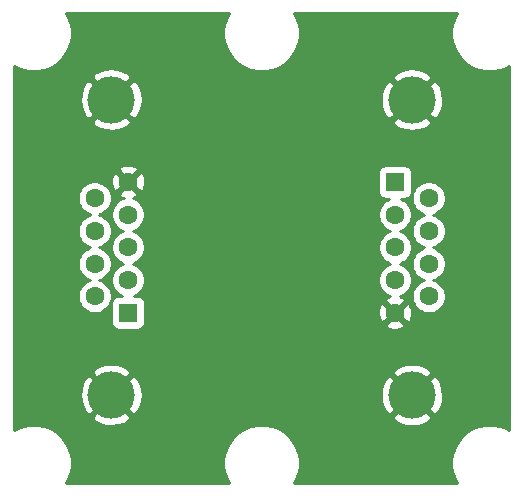
<source format=gbl>
G04 #@! TF.GenerationSoftware,KiCad,Pcbnew,5.1.10-88a1d61d58~88~ubuntu20.04.1*
G04 #@! TF.CreationDate,2021-05-09T22:10:24+02:00*
G04 #@! TF.ProjectId,SerialSwitcher,53657269-616c-4537-9769-74636865722e,rev?*
G04 #@! TF.SameCoordinates,Original*
G04 #@! TF.FileFunction,Copper,L2,Bot*
G04 #@! TF.FilePolarity,Positive*
%FSLAX46Y46*%
G04 Gerber Fmt 4.6, Leading zero omitted, Abs format (unit mm)*
G04 Created by KiCad (PCBNEW 5.1.10-88a1d61d58~88~ubuntu20.04.1) date 2021-05-09 22:10:24*
%MOMM*%
%LPD*%
G01*
G04 APERTURE LIST*
G04 #@! TA.AperFunction,ComponentPad*
%ADD10C,4.000000*%
G04 #@! TD*
G04 #@! TA.AperFunction,ComponentPad*
%ADD11C,1.600000*%
G04 #@! TD*
G04 #@! TA.AperFunction,ComponentPad*
%ADD12R,1.600000X1.600000*%
G04 #@! TD*
G04 #@! TA.AperFunction,Conductor*
%ADD13C,0.254000*%
G04 #@! TD*
G04 #@! TA.AperFunction,Conductor*
%ADD14C,0.100000*%
G04 #@! TD*
G04 APERTURE END LIST*
D10*
X128580000Y-68030000D03*
X128580000Y-43030000D03*
D11*
X127160000Y-51375000D03*
X127160000Y-54145000D03*
X127160000Y-56915000D03*
X127160000Y-59685000D03*
X130000000Y-49990000D03*
X130000000Y-52760000D03*
X130000000Y-55530000D03*
X130000000Y-58300000D03*
D12*
X130000000Y-61070000D03*
X152600000Y-50000000D03*
D11*
X152600000Y-52770000D03*
X152600000Y-55540000D03*
X152600000Y-58310000D03*
X152600000Y-61080000D03*
X155440000Y-51385000D03*
X155440000Y-54155000D03*
X155440000Y-56925000D03*
X155440000Y-59695000D03*
D10*
X154020000Y-68040000D03*
X154020000Y-43040000D03*
D13*
X138440270Y-35871442D02*
X138197012Y-36458719D01*
X138073000Y-37082168D01*
X138073000Y-37717832D01*
X138197012Y-38341281D01*
X138440270Y-38928558D01*
X138793425Y-39457093D01*
X139242907Y-39906575D01*
X139771442Y-40259730D01*
X140358719Y-40502988D01*
X140982168Y-40627000D01*
X141617832Y-40627000D01*
X142241281Y-40502988D01*
X142828558Y-40259730D01*
X143357093Y-39906575D01*
X143806575Y-39457093D01*
X144159730Y-38928558D01*
X144402988Y-38341281D01*
X144527000Y-37717832D01*
X144527000Y-37082168D01*
X144402988Y-36458719D01*
X144159730Y-35871442D01*
X144068563Y-35735000D01*
X157831437Y-35735000D01*
X157740270Y-35871442D01*
X157497012Y-36458719D01*
X157373000Y-37082168D01*
X157373000Y-37717832D01*
X157497012Y-38341281D01*
X157740270Y-38928558D01*
X158093425Y-39457093D01*
X158542907Y-39906575D01*
X159071442Y-40259730D01*
X159658719Y-40502988D01*
X160282168Y-40627000D01*
X160917832Y-40627000D01*
X161541281Y-40502988D01*
X162128558Y-40259730D01*
X162265000Y-40168562D01*
X162265001Y-71031438D01*
X162128558Y-70940270D01*
X161541281Y-70697012D01*
X160917832Y-70573000D01*
X160282168Y-70573000D01*
X159658719Y-70697012D01*
X159071442Y-70940270D01*
X158542907Y-71293425D01*
X158093425Y-71742907D01*
X157740270Y-72271442D01*
X157497012Y-72858719D01*
X157373000Y-73482168D01*
X157373000Y-74117832D01*
X157497012Y-74741281D01*
X157740270Y-75328558D01*
X157831437Y-75465000D01*
X144068563Y-75465000D01*
X144159730Y-75328558D01*
X144402988Y-74741281D01*
X144527000Y-74117832D01*
X144527000Y-73482168D01*
X144402988Y-72858719D01*
X144159730Y-72271442D01*
X143806575Y-71742907D01*
X143357093Y-71293425D01*
X142828558Y-70940270D01*
X142241281Y-70697012D01*
X141617832Y-70573000D01*
X140982168Y-70573000D01*
X140358719Y-70697012D01*
X139771442Y-70940270D01*
X139242907Y-71293425D01*
X138793425Y-71742907D01*
X138440270Y-72271442D01*
X138197012Y-72858719D01*
X138073000Y-73482168D01*
X138073000Y-74117832D01*
X138197012Y-74741281D01*
X138440270Y-75328558D01*
X138531437Y-75465000D01*
X124768563Y-75465000D01*
X124859730Y-75328558D01*
X125102988Y-74741281D01*
X125227000Y-74117832D01*
X125227000Y-73482168D01*
X125102988Y-72858719D01*
X124859730Y-72271442D01*
X124506575Y-71742907D01*
X124057093Y-71293425D01*
X123528558Y-70940270D01*
X122941281Y-70697012D01*
X122317832Y-70573000D01*
X121682168Y-70573000D01*
X121058719Y-70697012D01*
X120471442Y-70940270D01*
X120335000Y-71031437D01*
X120335000Y-69877499D01*
X126912106Y-69877499D01*
X127128228Y-70244258D01*
X127588105Y-70484938D01*
X128086098Y-70631275D01*
X128603071Y-70677648D01*
X129119159Y-70622273D01*
X129614526Y-70467279D01*
X130031772Y-70244258D01*
X130242001Y-69887499D01*
X152352106Y-69887499D01*
X152568228Y-70254258D01*
X153028105Y-70494938D01*
X153526098Y-70641275D01*
X154043071Y-70687648D01*
X154559159Y-70632273D01*
X155054526Y-70477279D01*
X155471772Y-70254258D01*
X155687894Y-69887499D01*
X154020000Y-68219605D01*
X152352106Y-69887499D01*
X130242001Y-69887499D01*
X130247894Y-69877499D01*
X128580000Y-68209605D01*
X126912106Y-69877499D01*
X120335000Y-69877499D01*
X120335000Y-68053071D01*
X125932352Y-68053071D01*
X125987727Y-68569159D01*
X126142721Y-69064526D01*
X126365742Y-69481772D01*
X126732501Y-69697894D01*
X128400395Y-68030000D01*
X128759605Y-68030000D01*
X130427499Y-69697894D01*
X130794258Y-69481772D01*
X131034938Y-69021895D01*
X131181275Y-68523902D01*
X131222612Y-68063071D01*
X151372352Y-68063071D01*
X151427727Y-68579159D01*
X151582721Y-69074526D01*
X151805742Y-69491772D01*
X152172501Y-69707894D01*
X153840395Y-68040000D01*
X154199605Y-68040000D01*
X155867499Y-69707894D01*
X156234258Y-69491772D01*
X156474938Y-69031895D01*
X156621275Y-68533902D01*
X156667648Y-68016929D01*
X156612273Y-67500841D01*
X156457279Y-67005474D01*
X156234258Y-66588228D01*
X155867499Y-66372106D01*
X154199605Y-68040000D01*
X153840395Y-68040000D01*
X152172501Y-66372106D01*
X151805742Y-66588228D01*
X151565062Y-67048105D01*
X151418725Y-67546098D01*
X151372352Y-68063071D01*
X131222612Y-68063071D01*
X131227648Y-68006929D01*
X131172273Y-67490841D01*
X131017279Y-66995474D01*
X130794258Y-66578228D01*
X130427499Y-66362106D01*
X128759605Y-68030000D01*
X128400395Y-68030000D01*
X126732501Y-66362106D01*
X126365742Y-66578228D01*
X126125062Y-67038105D01*
X125978725Y-67536098D01*
X125932352Y-68053071D01*
X120335000Y-68053071D01*
X120335000Y-66182501D01*
X126912106Y-66182501D01*
X128580000Y-67850395D01*
X130237894Y-66192501D01*
X152352106Y-66192501D01*
X154020000Y-67860395D01*
X155687894Y-66192501D01*
X155471772Y-65825742D01*
X155011895Y-65585062D01*
X154513902Y-65438725D01*
X153996929Y-65392352D01*
X153480841Y-65447727D01*
X152985474Y-65602721D01*
X152568228Y-65825742D01*
X152352106Y-66192501D01*
X130237894Y-66192501D01*
X130247894Y-66182501D01*
X130031772Y-65815742D01*
X129571895Y-65575062D01*
X129073902Y-65428725D01*
X128556929Y-65382352D01*
X128040841Y-65437727D01*
X127545474Y-65592721D01*
X127128228Y-65815742D01*
X126912106Y-66182501D01*
X120335000Y-66182501D01*
X120335000Y-51233665D01*
X125725000Y-51233665D01*
X125725000Y-51516335D01*
X125780147Y-51793574D01*
X125888320Y-52054727D01*
X126045363Y-52289759D01*
X126245241Y-52489637D01*
X126480273Y-52646680D01*
X126741426Y-52754853D01*
X126767301Y-52760000D01*
X126741426Y-52765147D01*
X126480273Y-52873320D01*
X126245241Y-53030363D01*
X126045363Y-53230241D01*
X125888320Y-53465273D01*
X125780147Y-53726426D01*
X125725000Y-54003665D01*
X125725000Y-54286335D01*
X125780147Y-54563574D01*
X125888320Y-54824727D01*
X126045363Y-55059759D01*
X126245241Y-55259637D01*
X126480273Y-55416680D01*
X126741426Y-55524853D01*
X126767301Y-55530000D01*
X126741426Y-55535147D01*
X126480273Y-55643320D01*
X126245241Y-55800363D01*
X126045363Y-56000241D01*
X125888320Y-56235273D01*
X125780147Y-56496426D01*
X125725000Y-56773665D01*
X125725000Y-57056335D01*
X125780147Y-57333574D01*
X125888320Y-57594727D01*
X126045363Y-57829759D01*
X126245241Y-58029637D01*
X126480273Y-58186680D01*
X126741426Y-58294853D01*
X126767301Y-58300000D01*
X126741426Y-58305147D01*
X126480273Y-58413320D01*
X126245241Y-58570363D01*
X126045363Y-58770241D01*
X125888320Y-59005273D01*
X125780147Y-59266426D01*
X125725000Y-59543665D01*
X125725000Y-59826335D01*
X125780147Y-60103574D01*
X125888320Y-60364727D01*
X126045363Y-60599759D01*
X126245241Y-60799637D01*
X126480273Y-60956680D01*
X126741426Y-61064853D01*
X127018665Y-61120000D01*
X127301335Y-61120000D01*
X127578574Y-61064853D01*
X127839727Y-60956680D01*
X128074759Y-60799637D01*
X128274637Y-60599759D01*
X128431680Y-60364727D01*
X128470917Y-60270000D01*
X128561928Y-60270000D01*
X128561928Y-61870000D01*
X128574188Y-61994482D01*
X128610498Y-62114180D01*
X128669463Y-62224494D01*
X128748815Y-62321185D01*
X128845506Y-62400537D01*
X128955820Y-62459502D01*
X129075518Y-62495812D01*
X129200000Y-62508072D01*
X130800000Y-62508072D01*
X130924482Y-62495812D01*
X131044180Y-62459502D01*
X131154494Y-62400537D01*
X131251185Y-62321185D01*
X131330537Y-62224494D01*
X131389502Y-62114180D01*
X131402084Y-62072702D01*
X151786903Y-62072702D01*
X151858486Y-62316671D01*
X152113996Y-62437571D01*
X152388184Y-62506300D01*
X152670512Y-62520217D01*
X152950130Y-62478787D01*
X153216292Y-62383603D01*
X153341514Y-62316671D01*
X153413097Y-62072702D01*
X152600000Y-61259605D01*
X151786903Y-62072702D01*
X131402084Y-62072702D01*
X131425812Y-61994482D01*
X131438072Y-61870000D01*
X131438072Y-61150512D01*
X151159783Y-61150512D01*
X151201213Y-61430130D01*
X151296397Y-61696292D01*
X151363329Y-61821514D01*
X151607298Y-61893097D01*
X152420395Y-61080000D01*
X152779605Y-61080000D01*
X153592702Y-61893097D01*
X153836671Y-61821514D01*
X153957571Y-61566004D01*
X154026300Y-61291816D01*
X154040217Y-61009488D01*
X153998787Y-60729870D01*
X153903603Y-60463708D01*
X153836671Y-60338486D01*
X153592702Y-60266903D01*
X152779605Y-61080000D01*
X152420395Y-61080000D01*
X151607298Y-60266903D01*
X151363329Y-60338486D01*
X151242429Y-60593996D01*
X151173700Y-60868184D01*
X151159783Y-61150512D01*
X131438072Y-61150512D01*
X131438072Y-60270000D01*
X131425812Y-60145518D01*
X131389502Y-60025820D01*
X131330537Y-59915506D01*
X131251185Y-59818815D01*
X131154494Y-59739463D01*
X131044180Y-59680498D01*
X130924482Y-59644188D01*
X130800000Y-59631928D01*
X130534275Y-59631928D01*
X130679727Y-59571680D01*
X130914759Y-59414637D01*
X131114637Y-59214759D01*
X131271680Y-58979727D01*
X131379853Y-58718574D01*
X131435000Y-58441335D01*
X131435000Y-58158665D01*
X131379853Y-57881426D01*
X131271680Y-57620273D01*
X131114637Y-57385241D01*
X130914759Y-57185363D01*
X130679727Y-57028320D01*
X130418574Y-56920147D01*
X130392699Y-56915000D01*
X130418574Y-56909853D01*
X130679727Y-56801680D01*
X130914759Y-56644637D01*
X131114637Y-56444759D01*
X131271680Y-56209727D01*
X131379853Y-55948574D01*
X131435000Y-55671335D01*
X131435000Y-55388665D01*
X131379853Y-55111426D01*
X131271680Y-54850273D01*
X131114637Y-54615241D01*
X130914759Y-54415363D01*
X130679727Y-54258320D01*
X130418574Y-54150147D01*
X130392699Y-54145000D01*
X130418574Y-54139853D01*
X130679727Y-54031680D01*
X130914759Y-53874637D01*
X131114637Y-53674759D01*
X131271680Y-53439727D01*
X131379853Y-53178574D01*
X131435000Y-52901335D01*
X131435000Y-52618665D01*
X131379853Y-52341426D01*
X131271680Y-52080273D01*
X131114637Y-51845241D01*
X130914759Y-51645363D01*
X130679727Y-51488320D01*
X130418574Y-51380147D01*
X130390118Y-51374487D01*
X130616292Y-51293603D01*
X130741514Y-51226671D01*
X130813097Y-50982702D01*
X130000000Y-50169605D01*
X129186903Y-50982702D01*
X129258486Y-51226671D01*
X129513996Y-51347571D01*
X129616289Y-51373212D01*
X129581426Y-51380147D01*
X129320273Y-51488320D01*
X129085241Y-51645363D01*
X128885363Y-51845241D01*
X128728320Y-52080273D01*
X128620147Y-52341426D01*
X128565000Y-52618665D01*
X128565000Y-52901335D01*
X128620147Y-53178574D01*
X128728320Y-53439727D01*
X128885363Y-53674759D01*
X129085241Y-53874637D01*
X129320273Y-54031680D01*
X129581426Y-54139853D01*
X129607301Y-54145000D01*
X129581426Y-54150147D01*
X129320273Y-54258320D01*
X129085241Y-54415363D01*
X128885363Y-54615241D01*
X128728320Y-54850273D01*
X128620147Y-55111426D01*
X128565000Y-55388665D01*
X128565000Y-55671335D01*
X128620147Y-55948574D01*
X128728320Y-56209727D01*
X128885363Y-56444759D01*
X129085241Y-56644637D01*
X129320273Y-56801680D01*
X129581426Y-56909853D01*
X129607301Y-56915000D01*
X129581426Y-56920147D01*
X129320273Y-57028320D01*
X129085241Y-57185363D01*
X128885363Y-57385241D01*
X128728320Y-57620273D01*
X128620147Y-57881426D01*
X128565000Y-58158665D01*
X128565000Y-58441335D01*
X128620147Y-58718574D01*
X128728320Y-58979727D01*
X128885363Y-59214759D01*
X129085241Y-59414637D01*
X129320273Y-59571680D01*
X129465725Y-59631928D01*
X129200000Y-59631928D01*
X129075518Y-59644188D01*
X128955820Y-59680498D01*
X128845506Y-59739463D01*
X128748815Y-59818815D01*
X128669463Y-59915506D01*
X128610498Y-60025820D01*
X128574188Y-60145518D01*
X128561928Y-60270000D01*
X128470917Y-60270000D01*
X128539853Y-60103574D01*
X128595000Y-59826335D01*
X128595000Y-59543665D01*
X128539853Y-59266426D01*
X128431680Y-59005273D01*
X128274637Y-58770241D01*
X128074759Y-58570363D01*
X127839727Y-58413320D01*
X127578574Y-58305147D01*
X127552699Y-58300000D01*
X127578574Y-58294853D01*
X127839727Y-58186680D01*
X128074759Y-58029637D01*
X128274637Y-57829759D01*
X128431680Y-57594727D01*
X128539853Y-57333574D01*
X128595000Y-57056335D01*
X128595000Y-56773665D01*
X128539853Y-56496426D01*
X128431680Y-56235273D01*
X128274637Y-56000241D01*
X128074759Y-55800363D01*
X127839727Y-55643320D01*
X127578574Y-55535147D01*
X127552699Y-55530000D01*
X127578574Y-55524853D01*
X127839727Y-55416680D01*
X128074759Y-55259637D01*
X128274637Y-55059759D01*
X128431680Y-54824727D01*
X128539853Y-54563574D01*
X128595000Y-54286335D01*
X128595000Y-54003665D01*
X128539853Y-53726426D01*
X128431680Y-53465273D01*
X128274637Y-53230241D01*
X128074759Y-53030363D01*
X127839727Y-52873320D01*
X127578574Y-52765147D01*
X127552699Y-52760000D01*
X127578574Y-52754853D01*
X127839727Y-52646680D01*
X128074759Y-52489637D01*
X128274637Y-52289759D01*
X128431680Y-52054727D01*
X128539853Y-51793574D01*
X128595000Y-51516335D01*
X128595000Y-51233665D01*
X128539853Y-50956426D01*
X128431680Y-50695273D01*
X128274637Y-50460241D01*
X128074759Y-50260363D01*
X127839727Y-50103320D01*
X127736380Y-50060512D01*
X128559783Y-50060512D01*
X128601213Y-50340130D01*
X128696397Y-50606292D01*
X128763329Y-50731514D01*
X129007298Y-50803097D01*
X129820395Y-49990000D01*
X130179605Y-49990000D01*
X130992702Y-50803097D01*
X131236671Y-50731514D01*
X131357571Y-50476004D01*
X131426300Y-50201816D01*
X131440217Y-49919488D01*
X131398787Y-49639870D01*
X131303603Y-49373708D01*
X131236671Y-49248486D01*
X131071422Y-49200000D01*
X151161928Y-49200000D01*
X151161928Y-50800000D01*
X151174188Y-50924482D01*
X151210498Y-51044180D01*
X151269463Y-51154494D01*
X151348815Y-51251185D01*
X151445506Y-51330537D01*
X151555820Y-51389502D01*
X151675518Y-51425812D01*
X151800000Y-51438072D01*
X152065725Y-51438072D01*
X151920273Y-51498320D01*
X151685241Y-51655363D01*
X151485363Y-51855241D01*
X151328320Y-52090273D01*
X151220147Y-52351426D01*
X151165000Y-52628665D01*
X151165000Y-52911335D01*
X151220147Y-53188574D01*
X151328320Y-53449727D01*
X151485363Y-53684759D01*
X151685241Y-53884637D01*
X151920273Y-54041680D01*
X152181426Y-54149853D01*
X152207301Y-54155000D01*
X152181426Y-54160147D01*
X151920273Y-54268320D01*
X151685241Y-54425363D01*
X151485363Y-54625241D01*
X151328320Y-54860273D01*
X151220147Y-55121426D01*
X151165000Y-55398665D01*
X151165000Y-55681335D01*
X151220147Y-55958574D01*
X151328320Y-56219727D01*
X151485363Y-56454759D01*
X151685241Y-56654637D01*
X151920273Y-56811680D01*
X152181426Y-56919853D01*
X152207301Y-56925000D01*
X152181426Y-56930147D01*
X151920273Y-57038320D01*
X151685241Y-57195363D01*
X151485363Y-57395241D01*
X151328320Y-57630273D01*
X151220147Y-57891426D01*
X151165000Y-58168665D01*
X151165000Y-58451335D01*
X151220147Y-58728574D01*
X151328320Y-58989727D01*
X151485363Y-59224759D01*
X151685241Y-59424637D01*
X151920273Y-59581680D01*
X152181426Y-59689853D01*
X152209882Y-59695513D01*
X151983708Y-59776397D01*
X151858486Y-59843329D01*
X151786903Y-60087298D01*
X152600000Y-60900395D01*
X153413097Y-60087298D01*
X153341514Y-59843329D01*
X153086004Y-59722429D01*
X152983711Y-59696788D01*
X153018574Y-59689853D01*
X153279727Y-59581680D01*
X153514759Y-59424637D01*
X153714637Y-59224759D01*
X153871680Y-58989727D01*
X153979853Y-58728574D01*
X154035000Y-58451335D01*
X154035000Y-58168665D01*
X153979853Y-57891426D01*
X153871680Y-57630273D01*
X153714637Y-57395241D01*
X153514759Y-57195363D01*
X153279727Y-57038320D01*
X153018574Y-56930147D01*
X152992699Y-56925000D01*
X153018574Y-56919853D01*
X153279727Y-56811680D01*
X153514759Y-56654637D01*
X153714637Y-56454759D01*
X153871680Y-56219727D01*
X153979853Y-55958574D01*
X154035000Y-55681335D01*
X154035000Y-55398665D01*
X153979853Y-55121426D01*
X153871680Y-54860273D01*
X153714637Y-54625241D01*
X153514759Y-54425363D01*
X153279727Y-54268320D01*
X153018574Y-54160147D01*
X152992699Y-54155000D01*
X153018574Y-54149853D01*
X153279727Y-54041680D01*
X153514759Y-53884637D01*
X153714637Y-53684759D01*
X153871680Y-53449727D01*
X153979853Y-53188574D01*
X154035000Y-52911335D01*
X154035000Y-52628665D01*
X153979853Y-52351426D01*
X153871680Y-52090273D01*
X153714637Y-51855241D01*
X153514759Y-51655363D01*
X153279727Y-51498320D01*
X153134275Y-51438072D01*
X153400000Y-51438072D01*
X153524482Y-51425812D01*
X153644180Y-51389502D01*
X153754494Y-51330537D01*
X153851185Y-51251185D01*
X153857356Y-51243665D01*
X154005000Y-51243665D01*
X154005000Y-51526335D01*
X154060147Y-51803574D01*
X154168320Y-52064727D01*
X154325363Y-52299759D01*
X154525241Y-52499637D01*
X154760273Y-52656680D01*
X155021426Y-52764853D01*
X155047301Y-52770000D01*
X155021426Y-52775147D01*
X154760273Y-52883320D01*
X154525241Y-53040363D01*
X154325363Y-53240241D01*
X154168320Y-53475273D01*
X154060147Y-53736426D01*
X154005000Y-54013665D01*
X154005000Y-54296335D01*
X154060147Y-54573574D01*
X154168320Y-54834727D01*
X154325363Y-55069759D01*
X154525241Y-55269637D01*
X154760273Y-55426680D01*
X155021426Y-55534853D01*
X155047301Y-55540000D01*
X155021426Y-55545147D01*
X154760273Y-55653320D01*
X154525241Y-55810363D01*
X154325363Y-56010241D01*
X154168320Y-56245273D01*
X154060147Y-56506426D01*
X154005000Y-56783665D01*
X154005000Y-57066335D01*
X154060147Y-57343574D01*
X154168320Y-57604727D01*
X154325363Y-57839759D01*
X154525241Y-58039637D01*
X154760273Y-58196680D01*
X155021426Y-58304853D01*
X155047301Y-58310000D01*
X155021426Y-58315147D01*
X154760273Y-58423320D01*
X154525241Y-58580363D01*
X154325363Y-58780241D01*
X154168320Y-59015273D01*
X154060147Y-59276426D01*
X154005000Y-59553665D01*
X154005000Y-59836335D01*
X154060147Y-60113574D01*
X154168320Y-60374727D01*
X154325363Y-60609759D01*
X154525241Y-60809637D01*
X154760273Y-60966680D01*
X155021426Y-61074853D01*
X155298665Y-61130000D01*
X155581335Y-61130000D01*
X155858574Y-61074853D01*
X156119727Y-60966680D01*
X156354759Y-60809637D01*
X156554637Y-60609759D01*
X156711680Y-60374727D01*
X156819853Y-60113574D01*
X156875000Y-59836335D01*
X156875000Y-59553665D01*
X156819853Y-59276426D01*
X156711680Y-59015273D01*
X156554637Y-58780241D01*
X156354759Y-58580363D01*
X156119727Y-58423320D01*
X155858574Y-58315147D01*
X155832699Y-58310000D01*
X155858574Y-58304853D01*
X156119727Y-58196680D01*
X156354759Y-58039637D01*
X156554637Y-57839759D01*
X156711680Y-57604727D01*
X156819853Y-57343574D01*
X156875000Y-57066335D01*
X156875000Y-56783665D01*
X156819853Y-56506426D01*
X156711680Y-56245273D01*
X156554637Y-56010241D01*
X156354759Y-55810363D01*
X156119727Y-55653320D01*
X155858574Y-55545147D01*
X155832699Y-55540000D01*
X155858574Y-55534853D01*
X156119727Y-55426680D01*
X156354759Y-55269637D01*
X156554637Y-55069759D01*
X156711680Y-54834727D01*
X156819853Y-54573574D01*
X156875000Y-54296335D01*
X156875000Y-54013665D01*
X156819853Y-53736426D01*
X156711680Y-53475273D01*
X156554637Y-53240241D01*
X156354759Y-53040363D01*
X156119727Y-52883320D01*
X155858574Y-52775147D01*
X155832699Y-52770000D01*
X155858574Y-52764853D01*
X156119727Y-52656680D01*
X156354759Y-52499637D01*
X156554637Y-52299759D01*
X156711680Y-52064727D01*
X156819853Y-51803574D01*
X156875000Y-51526335D01*
X156875000Y-51243665D01*
X156819853Y-50966426D01*
X156711680Y-50705273D01*
X156554637Y-50470241D01*
X156354759Y-50270363D01*
X156119727Y-50113320D01*
X155858574Y-50005147D01*
X155581335Y-49950000D01*
X155298665Y-49950000D01*
X155021426Y-50005147D01*
X154760273Y-50113320D01*
X154525241Y-50270363D01*
X154325363Y-50470241D01*
X154168320Y-50705273D01*
X154060147Y-50966426D01*
X154005000Y-51243665D01*
X153857356Y-51243665D01*
X153930537Y-51154494D01*
X153989502Y-51044180D01*
X154025812Y-50924482D01*
X154038072Y-50800000D01*
X154038072Y-49200000D01*
X154025812Y-49075518D01*
X153989502Y-48955820D01*
X153930537Y-48845506D01*
X153851185Y-48748815D01*
X153754494Y-48669463D01*
X153644180Y-48610498D01*
X153524482Y-48574188D01*
X153400000Y-48561928D01*
X151800000Y-48561928D01*
X151675518Y-48574188D01*
X151555820Y-48610498D01*
X151445506Y-48669463D01*
X151348815Y-48748815D01*
X151269463Y-48845506D01*
X151210498Y-48955820D01*
X151174188Y-49075518D01*
X151161928Y-49200000D01*
X131071422Y-49200000D01*
X130992702Y-49176903D01*
X130179605Y-49990000D01*
X129820395Y-49990000D01*
X129007298Y-49176903D01*
X128763329Y-49248486D01*
X128642429Y-49503996D01*
X128573700Y-49778184D01*
X128559783Y-50060512D01*
X127736380Y-50060512D01*
X127578574Y-49995147D01*
X127301335Y-49940000D01*
X127018665Y-49940000D01*
X126741426Y-49995147D01*
X126480273Y-50103320D01*
X126245241Y-50260363D01*
X126045363Y-50460241D01*
X125888320Y-50695273D01*
X125780147Y-50956426D01*
X125725000Y-51233665D01*
X120335000Y-51233665D01*
X120335000Y-48997298D01*
X129186903Y-48997298D01*
X130000000Y-49810395D01*
X130813097Y-48997298D01*
X130741514Y-48753329D01*
X130486004Y-48632429D01*
X130211816Y-48563700D01*
X129929488Y-48549783D01*
X129649870Y-48591213D01*
X129383708Y-48686397D01*
X129258486Y-48753329D01*
X129186903Y-48997298D01*
X120335000Y-48997298D01*
X120335000Y-44877499D01*
X126912106Y-44877499D01*
X127128228Y-45244258D01*
X127588105Y-45484938D01*
X128086098Y-45631275D01*
X128603071Y-45677648D01*
X129119159Y-45622273D01*
X129614526Y-45467279D01*
X130031772Y-45244258D01*
X130242001Y-44887499D01*
X152352106Y-44887499D01*
X152568228Y-45254258D01*
X153028105Y-45494938D01*
X153526098Y-45641275D01*
X154043071Y-45687648D01*
X154559159Y-45632273D01*
X155054526Y-45477279D01*
X155471772Y-45254258D01*
X155687894Y-44887499D01*
X154020000Y-43219605D01*
X152352106Y-44887499D01*
X130242001Y-44887499D01*
X130247894Y-44877499D01*
X128580000Y-43209605D01*
X126912106Y-44877499D01*
X120335000Y-44877499D01*
X120335000Y-43053071D01*
X125932352Y-43053071D01*
X125987727Y-43569159D01*
X126142721Y-44064526D01*
X126365742Y-44481772D01*
X126732501Y-44697894D01*
X128400395Y-43030000D01*
X128759605Y-43030000D01*
X130427499Y-44697894D01*
X130794258Y-44481772D01*
X131034938Y-44021895D01*
X131181275Y-43523902D01*
X131222612Y-43063071D01*
X151372352Y-43063071D01*
X151427727Y-43579159D01*
X151582721Y-44074526D01*
X151805742Y-44491772D01*
X152172501Y-44707894D01*
X153840395Y-43040000D01*
X154199605Y-43040000D01*
X155867499Y-44707894D01*
X156234258Y-44491772D01*
X156474938Y-44031895D01*
X156621275Y-43533902D01*
X156667648Y-43016929D01*
X156612273Y-42500841D01*
X156457279Y-42005474D01*
X156234258Y-41588228D01*
X155867499Y-41372106D01*
X154199605Y-43040000D01*
X153840395Y-43040000D01*
X152172501Y-41372106D01*
X151805742Y-41588228D01*
X151565062Y-42048105D01*
X151418725Y-42546098D01*
X151372352Y-43063071D01*
X131222612Y-43063071D01*
X131227648Y-43006929D01*
X131172273Y-42490841D01*
X131017279Y-41995474D01*
X130794258Y-41578228D01*
X130427499Y-41362106D01*
X128759605Y-43030000D01*
X128400395Y-43030000D01*
X126732501Y-41362106D01*
X126365742Y-41578228D01*
X126125062Y-42038105D01*
X125978725Y-42536098D01*
X125932352Y-43053071D01*
X120335000Y-43053071D01*
X120335000Y-41182501D01*
X126912106Y-41182501D01*
X128580000Y-42850395D01*
X130237894Y-41192501D01*
X152352106Y-41192501D01*
X154020000Y-42860395D01*
X155687894Y-41192501D01*
X155471772Y-40825742D01*
X155011895Y-40585062D01*
X154513902Y-40438725D01*
X153996929Y-40392352D01*
X153480841Y-40447727D01*
X152985474Y-40602721D01*
X152568228Y-40825742D01*
X152352106Y-41192501D01*
X130237894Y-41192501D01*
X130247894Y-41182501D01*
X130031772Y-40815742D01*
X129571895Y-40575062D01*
X129073902Y-40428725D01*
X128556929Y-40382352D01*
X128040841Y-40437727D01*
X127545474Y-40592721D01*
X127128228Y-40815742D01*
X126912106Y-41182501D01*
X120335000Y-41182501D01*
X120335000Y-40168563D01*
X120471442Y-40259730D01*
X121058719Y-40502988D01*
X121682168Y-40627000D01*
X122317832Y-40627000D01*
X122941281Y-40502988D01*
X123528558Y-40259730D01*
X124057093Y-39906575D01*
X124506575Y-39457093D01*
X124859730Y-38928558D01*
X125102988Y-38341281D01*
X125227000Y-37717832D01*
X125227000Y-37082168D01*
X125102988Y-36458719D01*
X124859730Y-35871442D01*
X124768563Y-35735000D01*
X138531437Y-35735000D01*
X138440270Y-35871442D01*
G04 #@! TA.AperFunction,Conductor*
D14*
G36*
X138440270Y-35871442D02*
G01*
X138197012Y-36458719D01*
X138073000Y-37082168D01*
X138073000Y-37717832D01*
X138197012Y-38341281D01*
X138440270Y-38928558D01*
X138793425Y-39457093D01*
X139242907Y-39906575D01*
X139771442Y-40259730D01*
X140358719Y-40502988D01*
X140982168Y-40627000D01*
X141617832Y-40627000D01*
X142241281Y-40502988D01*
X142828558Y-40259730D01*
X143357093Y-39906575D01*
X143806575Y-39457093D01*
X144159730Y-38928558D01*
X144402988Y-38341281D01*
X144527000Y-37717832D01*
X144527000Y-37082168D01*
X144402988Y-36458719D01*
X144159730Y-35871442D01*
X144068563Y-35735000D01*
X157831437Y-35735000D01*
X157740270Y-35871442D01*
X157497012Y-36458719D01*
X157373000Y-37082168D01*
X157373000Y-37717832D01*
X157497012Y-38341281D01*
X157740270Y-38928558D01*
X158093425Y-39457093D01*
X158542907Y-39906575D01*
X159071442Y-40259730D01*
X159658719Y-40502988D01*
X160282168Y-40627000D01*
X160917832Y-40627000D01*
X161541281Y-40502988D01*
X162128558Y-40259730D01*
X162265000Y-40168562D01*
X162265001Y-71031438D01*
X162128558Y-70940270D01*
X161541281Y-70697012D01*
X160917832Y-70573000D01*
X160282168Y-70573000D01*
X159658719Y-70697012D01*
X159071442Y-70940270D01*
X158542907Y-71293425D01*
X158093425Y-71742907D01*
X157740270Y-72271442D01*
X157497012Y-72858719D01*
X157373000Y-73482168D01*
X157373000Y-74117832D01*
X157497012Y-74741281D01*
X157740270Y-75328558D01*
X157831437Y-75465000D01*
X144068563Y-75465000D01*
X144159730Y-75328558D01*
X144402988Y-74741281D01*
X144527000Y-74117832D01*
X144527000Y-73482168D01*
X144402988Y-72858719D01*
X144159730Y-72271442D01*
X143806575Y-71742907D01*
X143357093Y-71293425D01*
X142828558Y-70940270D01*
X142241281Y-70697012D01*
X141617832Y-70573000D01*
X140982168Y-70573000D01*
X140358719Y-70697012D01*
X139771442Y-70940270D01*
X139242907Y-71293425D01*
X138793425Y-71742907D01*
X138440270Y-72271442D01*
X138197012Y-72858719D01*
X138073000Y-73482168D01*
X138073000Y-74117832D01*
X138197012Y-74741281D01*
X138440270Y-75328558D01*
X138531437Y-75465000D01*
X124768563Y-75465000D01*
X124859730Y-75328558D01*
X125102988Y-74741281D01*
X125227000Y-74117832D01*
X125227000Y-73482168D01*
X125102988Y-72858719D01*
X124859730Y-72271442D01*
X124506575Y-71742907D01*
X124057093Y-71293425D01*
X123528558Y-70940270D01*
X122941281Y-70697012D01*
X122317832Y-70573000D01*
X121682168Y-70573000D01*
X121058719Y-70697012D01*
X120471442Y-70940270D01*
X120335000Y-71031437D01*
X120335000Y-69877499D01*
X126912106Y-69877499D01*
X127128228Y-70244258D01*
X127588105Y-70484938D01*
X128086098Y-70631275D01*
X128603071Y-70677648D01*
X129119159Y-70622273D01*
X129614526Y-70467279D01*
X130031772Y-70244258D01*
X130242001Y-69887499D01*
X152352106Y-69887499D01*
X152568228Y-70254258D01*
X153028105Y-70494938D01*
X153526098Y-70641275D01*
X154043071Y-70687648D01*
X154559159Y-70632273D01*
X155054526Y-70477279D01*
X155471772Y-70254258D01*
X155687894Y-69887499D01*
X154020000Y-68219605D01*
X152352106Y-69887499D01*
X130242001Y-69887499D01*
X130247894Y-69877499D01*
X128580000Y-68209605D01*
X126912106Y-69877499D01*
X120335000Y-69877499D01*
X120335000Y-68053071D01*
X125932352Y-68053071D01*
X125987727Y-68569159D01*
X126142721Y-69064526D01*
X126365742Y-69481772D01*
X126732501Y-69697894D01*
X128400395Y-68030000D01*
X128759605Y-68030000D01*
X130427499Y-69697894D01*
X130794258Y-69481772D01*
X131034938Y-69021895D01*
X131181275Y-68523902D01*
X131222612Y-68063071D01*
X151372352Y-68063071D01*
X151427727Y-68579159D01*
X151582721Y-69074526D01*
X151805742Y-69491772D01*
X152172501Y-69707894D01*
X153840395Y-68040000D01*
X154199605Y-68040000D01*
X155867499Y-69707894D01*
X156234258Y-69491772D01*
X156474938Y-69031895D01*
X156621275Y-68533902D01*
X156667648Y-68016929D01*
X156612273Y-67500841D01*
X156457279Y-67005474D01*
X156234258Y-66588228D01*
X155867499Y-66372106D01*
X154199605Y-68040000D01*
X153840395Y-68040000D01*
X152172501Y-66372106D01*
X151805742Y-66588228D01*
X151565062Y-67048105D01*
X151418725Y-67546098D01*
X151372352Y-68063071D01*
X131222612Y-68063071D01*
X131227648Y-68006929D01*
X131172273Y-67490841D01*
X131017279Y-66995474D01*
X130794258Y-66578228D01*
X130427499Y-66362106D01*
X128759605Y-68030000D01*
X128400395Y-68030000D01*
X126732501Y-66362106D01*
X126365742Y-66578228D01*
X126125062Y-67038105D01*
X125978725Y-67536098D01*
X125932352Y-68053071D01*
X120335000Y-68053071D01*
X120335000Y-66182501D01*
X126912106Y-66182501D01*
X128580000Y-67850395D01*
X130237894Y-66192501D01*
X152352106Y-66192501D01*
X154020000Y-67860395D01*
X155687894Y-66192501D01*
X155471772Y-65825742D01*
X155011895Y-65585062D01*
X154513902Y-65438725D01*
X153996929Y-65392352D01*
X153480841Y-65447727D01*
X152985474Y-65602721D01*
X152568228Y-65825742D01*
X152352106Y-66192501D01*
X130237894Y-66192501D01*
X130247894Y-66182501D01*
X130031772Y-65815742D01*
X129571895Y-65575062D01*
X129073902Y-65428725D01*
X128556929Y-65382352D01*
X128040841Y-65437727D01*
X127545474Y-65592721D01*
X127128228Y-65815742D01*
X126912106Y-66182501D01*
X120335000Y-66182501D01*
X120335000Y-51233665D01*
X125725000Y-51233665D01*
X125725000Y-51516335D01*
X125780147Y-51793574D01*
X125888320Y-52054727D01*
X126045363Y-52289759D01*
X126245241Y-52489637D01*
X126480273Y-52646680D01*
X126741426Y-52754853D01*
X126767301Y-52760000D01*
X126741426Y-52765147D01*
X126480273Y-52873320D01*
X126245241Y-53030363D01*
X126045363Y-53230241D01*
X125888320Y-53465273D01*
X125780147Y-53726426D01*
X125725000Y-54003665D01*
X125725000Y-54286335D01*
X125780147Y-54563574D01*
X125888320Y-54824727D01*
X126045363Y-55059759D01*
X126245241Y-55259637D01*
X126480273Y-55416680D01*
X126741426Y-55524853D01*
X126767301Y-55530000D01*
X126741426Y-55535147D01*
X126480273Y-55643320D01*
X126245241Y-55800363D01*
X126045363Y-56000241D01*
X125888320Y-56235273D01*
X125780147Y-56496426D01*
X125725000Y-56773665D01*
X125725000Y-57056335D01*
X125780147Y-57333574D01*
X125888320Y-57594727D01*
X126045363Y-57829759D01*
X126245241Y-58029637D01*
X126480273Y-58186680D01*
X126741426Y-58294853D01*
X126767301Y-58300000D01*
X126741426Y-58305147D01*
X126480273Y-58413320D01*
X126245241Y-58570363D01*
X126045363Y-58770241D01*
X125888320Y-59005273D01*
X125780147Y-59266426D01*
X125725000Y-59543665D01*
X125725000Y-59826335D01*
X125780147Y-60103574D01*
X125888320Y-60364727D01*
X126045363Y-60599759D01*
X126245241Y-60799637D01*
X126480273Y-60956680D01*
X126741426Y-61064853D01*
X127018665Y-61120000D01*
X127301335Y-61120000D01*
X127578574Y-61064853D01*
X127839727Y-60956680D01*
X128074759Y-60799637D01*
X128274637Y-60599759D01*
X128431680Y-60364727D01*
X128470917Y-60270000D01*
X128561928Y-60270000D01*
X128561928Y-61870000D01*
X128574188Y-61994482D01*
X128610498Y-62114180D01*
X128669463Y-62224494D01*
X128748815Y-62321185D01*
X128845506Y-62400537D01*
X128955820Y-62459502D01*
X129075518Y-62495812D01*
X129200000Y-62508072D01*
X130800000Y-62508072D01*
X130924482Y-62495812D01*
X131044180Y-62459502D01*
X131154494Y-62400537D01*
X131251185Y-62321185D01*
X131330537Y-62224494D01*
X131389502Y-62114180D01*
X131402084Y-62072702D01*
X151786903Y-62072702D01*
X151858486Y-62316671D01*
X152113996Y-62437571D01*
X152388184Y-62506300D01*
X152670512Y-62520217D01*
X152950130Y-62478787D01*
X153216292Y-62383603D01*
X153341514Y-62316671D01*
X153413097Y-62072702D01*
X152600000Y-61259605D01*
X151786903Y-62072702D01*
X131402084Y-62072702D01*
X131425812Y-61994482D01*
X131438072Y-61870000D01*
X131438072Y-61150512D01*
X151159783Y-61150512D01*
X151201213Y-61430130D01*
X151296397Y-61696292D01*
X151363329Y-61821514D01*
X151607298Y-61893097D01*
X152420395Y-61080000D01*
X152779605Y-61080000D01*
X153592702Y-61893097D01*
X153836671Y-61821514D01*
X153957571Y-61566004D01*
X154026300Y-61291816D01*
X154040217Y-61009488D01*
X153998787Y-60729870D01*
X153903603Y-60463708D01*
X153836671Y-60338486D01*
X153592702Y-60266903D01*
X152779605Y-61080000D01*
X152420395Y-61080000D01*
X151607298Y-60266903D01*
X151363329Y-60338486D01*
X151242429Y-60593996D01*
X151173700Y-60868184D01*
X151159783Y-61150512D01*
X131438072Y-61150512D01*
X131438072Y-60270000D01*
X131425812Y-60145518D01*
X131389502Y-60025820D01*
X131330537Y-59915506D01*
X131251185Y-59818815D01*
X131154494Y-59739463D01*
X131044180Y-59680498D01*
X130924482Y-59644188D01*
X130800000Y-59631928D01*
X130534275Y-59631928D01*
X130679727Y-59571680D01*
X130914759Y-59414637D01*
X131114637Y-59214759D01*
X131271680Y-58979727D01*
X131379853Y-58718574D01*
X131435000Y-58441335D01*
X131435000Y-58158665D01*
X131379853Y-57881426D01*
X131271680Y-57620273D01*
X131114637Y-57385241D01*
X130914759Y-57185363D01*
X130679727Y-57028320D01*
X130418574Y-56920147D01*
X130392699Y-56915000D01*
X130418574Y-56909853D01*
X130679727Y-56801680D01*
X130914759Y-56644637D01*
X131114637Y-56444759D01*
X131271680Y-56209727D01*
X131379853Y-55948574D01*
X131435000Y-55671335D01*
X131435000Y-55388665D01*
X131379853Y-55111426D01*
X131271680Y-54850273D01*
X131114637Y-54615241D01*
X130914759Y-54415363D01*
X130679727Y-54258320D01*
X130418574Y-54150147D01*
X130392699Y-54145000D01*
X130418574Y-54139853D01*
X130679727Y-54031680D01*
X130914759Y-53874637D01*
X131114637Y-53674759D01*
X131271680Y-53439727D01*
X131379853Y-53178574D01*
X131435000Y-52901335D01*
X131435000Y-52618665D01*
X131379853Y-52341426D01*
X131271680Y-52080273D01*
X131114637Y-51845241D01*
X130914759Y-51645363D01*
X130679727Y-51488320D01*
X130418574Y-51380147D01*
X130390118Y-51374487D01*
X130616292Y-51293603D01*
X130741514Y-51226671D01*
X130813097Y-50982702D01*
X130000000Y-50169605D01*
X129186903Y-50982702D01*
X129258486Y-51226671D01*
X129513996Y-51347571D01*
X129616289Y-51373212D01*
X129581426Y-51380147D01*
X129320273Y-51488320D01*
X129085241Y-51645363D01*
X128885363Y-51845241D01*
X128728320Y-52080273D01*
X128620147Y-52341426D01*
X128565000Y-52618665D01*
X128565000Y-52901335D01*
X128620147Y-53178574D01*
X128728320Y-53439727D01*
X128885363Y-53674759D01*
X129085241Y-53874637D01*
X129320273Y-54031680D01*
X129581426Y-54139853D01*
X129607301Y-54145000D01*
X129581426Y-54150147D01*
X129320273Y-54258320D01*
X129085241Y-54415363D01*
X128885363Y-54615241D01*
X128728320Y-54850273D01*
X128620147Y-55111426D01*
X128565000Y-55388665D01*
X128565000Y-55671335D01*
X128620147Y-55948574D01*
X128728320Y-56209727D01*
X128885363Y-56444759D01*
X129085241Y-56644637D01*
X129320273Y-56801680D01*
X129581426Y-56909853D01*
X129607301Y-56915000D01*
X129581426Y-56920147D01*
X129320273Y-57028320D01*
X129085241Y-57185363D01*
X128885363Y-57385241D01*
X128728320Y-57620273D01*
X128620147Y-57881426D01*
X128565000Y-58158665D01*
X128565000Y-58441335D01*
X128620147Y-58718574D01*
X128728320Y-58979727D01*
X128885363Y-59214759D01*
X129085241Y-59414637D01*
X129320273Y-59571680D01*
X129465725Y-59631928D01*
X129200000Y-59631928D01*
X129075518Y-59644188D01*
X128955820Y-59680498D01*
X128845506Y-59739463D01*
X128748815Y-59818815D01*
X128669463Y-59915506D01*
X128610498Y-60025820D01*
X128574188Y-60145518D01*
X128561928Y-60270000D01*
X128470917Y-60270000D01*
X128539853Y-60103574D01*
X128595000Y-59826335D01*
X128595000Y-59543665D01*
X128539853Y-59266426D01*
X128431680Y-59005273D01*
X128274637Y-58770241D01*
X128074759Y-58570363D01*
X127839727Y-58413320D01*
X127578574Y-58305147D01*
X127552699Y-58300000D01*
X127578574Y-58294853D01*
X127839727Y-58186680D01*
X128074759Y-58029637D01*
X128274637Y-57829759D01*
X128431680Y-57594727D01*
X128539853Y-57333574D01*
X128595000Y-57056335D01*
X128595000Y-56773665D01*
X128539853Y-56496426D01*
X128431680Y-56235273D01*
X128274637Y-56000241D01*
X128074759Y-55800363D01*
X127839727Y-55643320D01*
X127578574Y-55535147D01*
X127552699Y-55530000D01*
X127578574Y-55524853D01*
X127839727Y-55416680D01*
X128074759Y-55259637D01*
X128274637Y-55059759D01*
X128431680Y-54824727D01*
X128539853Y-54563574D01*
X128595000Y-54286335D01*
X128595000Y-54003665D01*
X128539853Y-53726426D01*
X128431680Y-53465273D01*
X128274637Y-53230241D01*
X128074759Y-53030363D01*
X127839727Y-52873320D01*
X127578574Y-52765147D01*
X127552699Y-52760000D01*
X127578574Y-52754853D01*
X127839727Y-52646680D01*
X128074759Y-52489637D01*
X128274637Y-52289759D01*
X128431680Y-52054727D01*
X128539853Y-51793574D01*
X128595000Y-51516335D01*
X128595000Y-51233665D01*
X128539853Y-50956426D01*
X128431680Y-50695273D01*
X128274637Y-50460241D01*
X128074759Y-50260363D01*
X127839727Y-50103320D01*
X127736380Y-50060512D01*
X128559783Y-50060512D01*
X128601213Y-50340130D01*
X128696397Y-50606292D01*
X128763329Y-50731514D01*
X129007298Y-50803097D01*
X129820395Y-49990000D01*
X130179605Y-49990000D01*
X130992702Y-50803097D01*
X131236671Y-50731514D01*
X131357571Y-50476004D01*
X131426300Y-50201816D01*
X131440217Y-49919488D01*
X131398787Y-49639870D01*
X131303603Y-49373708D01*
X131236671Y-49248486D01*
X131071422Y-49200000D01*
X151161928Y-49200000D01*
X151161928Y-50800000D01*
X151174188Y-50924482D01*
X151210498Y-51044180D01*
X151269463Y-51154494D01*
X151348815Y-51251185D01*
X151445506Y-51330537D01*
X151555820Y-51389502D01*
X151675518Y-51425812D01*
X151800000Y-51438072D01*
X152065725Y-51438072D01*
X151920273Y-51498320D01*
X151685241Y-51655363D01*
X151485363Y-51855241D01*
X151328320Y-52090273D01*
X151220147Y-52351426D01*
X151165000Y-52628665D01*
X151165000Y-52911335D01*
X151220147Y-53188574D01*
X151328320Y-53449727D01*
X151485363Y-53684759D01*
X151685241Y-53884637D01*
X151920273Y-54041680D01*
X152181426Y-54149853D01*
X152207301Y-54155000D01*
X152181426Y-54160147D01*
X151920273Y-54268320D01*
X151685241Y-54425363D01*
X151485363Y-54625241D01*
X151328320Y-54860273D01*
X151220147Y-55121426D01*
X151165000Y-55398665D01*
X151165000Y-55681335D01*
X151220147Y-55958574D01*
X151328320Y-56219727D01*
X151485363Y-56454759D01*
X151685241Y-56654637D01*
X151920273Y-56811680D01*
X152181426Y-56919853D01*
X152207301Y-56925000D01*
X152181426Y-56930147D01*
X151920273Y-57038320D01*
X151685241Y-57195363D01*
X151485363Y-57395241D01*
X151328320Y-57630273D01*
X151220147Y-57891426D01*
X151165000Y-58168665D01*
X151165000Y-58451335D01*
X151220147Y-58728574D01*
X151328320Y-58989727D01*
X151485363Y-59224759D01*
X151685241Y-59424637D01*
X151920273Y-59581680D01*
X152181426Y-59689853D01*
X152209882Y-59695513D01*
X151983708Y-59776397D01*
X151858486Y-59843329D01*
X151786903Y-60087298D01*
X152600000Y-60900395D01*
X153413097Y-60087298D01*
X153341514Y-59843329D01*
X153086004Y-59722429D01*
X152983711Y-59696788D01*
X153018574Y-59689853D01*
X153279727Y-59581680D01*
X153514759Y-59424637D01*
X153714637Y-59224759D01*
X153871680Y-58989727D01*
X153979853Y-58728574D01*
X154035000Y-58451335D01*
X154035000Y-58168665D01*
X153979853Y-57891426D01*
X153871680Y-57630273D01*
X153714637Y-57395241D01*
X153514759Y-57195363D01*
X153279727Y-57038320D01*
X153018574Y-56930147D01*
X152992699Y-56925000D01*
X153018574Y-56919853D01*
X153279727Y-56811680D01*
X153514759Y-56654637D01*
X153714637Y-56454759D01*
X153871680Y-56219727D01*
X153979853Y-55958574D01*
X154035000Y-55681335D01*
X154035000Y-55398665D01*
X153979853Y-55121426D01*
X153871680Y-54860273D01*
X153714637Y-54625241D01*
X153514759Y-54425363D01*
X153279727Y-54268320D01*
X153018574Y-54160147D01*
X152992699Y-54155000D01*
X153018574Y-54149853D01*
X153279727Y-54041680D01*
X153514759Y-53884637D01*
X153714637Y-53684759D01*
X153871680Y-53449727D01*
X153979853Y-53188574D01*
X154035000Y-52911335D01*
X154035000Y-52628665D01*
X153979853Y-52351426D01*
X153871680Y-52090273D01*
X153714637Y-51855241D01*
X153514759Y-51655363D01*
X153279727Y-51498320D01*
X153134275Y-51438072D01*
X153400000Y-51438072D01*
X153524482Y-51425812D01*
X153644180Y-51389502D01*
X153754494Y-51330537D01*
X153851185Y-51251185D01*
X153857356Y-51243665D01*
X154005000Y-51243665D01*
X154005000Y-51526335D01*
X154060147Y-51803574D01*
X154168320Y-52064727D01*
X154325363Y-52299759D01*
X154525241Y-52499637D01*
X154760273Y-52656680D01*
X155021426Y-52764853D01*
X155047301Y-52770000D01*
X155021426Y-52775147D01*
X154760273Y-52883320D01*
X154525241Y-53040363D01*
X154325363Y-53240241D01*
X154168320Y-53475273D01*
X154060147Y-53736426D01*
X154005000Y-54013665D01*
X154005000Y-54296335D01*
X154060147Y-54573574D01*
X154168320Y-54834727D01*
X154325363Y-55069759D01*
X154525241Y-55269637D01*
X154760273Y-55426680D01*
X155021426Y-55534853D01*
X155047301Y-55540000D01*
X155021426Y-55545147D01*
X154760273Y-55653320D01*
X154525241Y-55810363D01*
X154325363Y-56010241D01*
X154168320Y-56245273D01*
X154060147Y-56506426D01*
X154005000Y-56783665D01*
X154005000Y-57066335D01*
X154060147Y-57343574D01*
X154168320Y-57604727D01*
X154325363Y-57839759D01*
X154525241Y-58039637D01*
X154760273Y-58196680D01*
X155021426Y-58304853D01*
X155047301Y-58310000D01*
X155021426Y-58315147D01*
X154760273Y-58423320D01*
X154525241Y-58580363D01*
X154325363Y-58780241D01*
X154168320Y-59015273D01*
X154060147Y-59276426D01*
X154005000Y-59553665D01*
X154005000Y-59836335D01*
X154060147Y-60113574D01*
X154168320Y-60374727D01*
X154325363Y-60609759D01*
X154525241Y-60809637D01*
X154760273Y-60966680D01*
X155021426Y-61074853D01*
X155298665Y-61130000D01*
X155581335Y-61130000D01*
X155858574Y-61074853D01*
X156119727Y-60966680D01*
X156354759Y-60809637D01*
X156554637Y-60609759D01*
X156711680Y-60374727D01*
X156819853Y-60113574D01*
X156875000Y-59836335D01*
X156875000Y-59553665D01*
X156819853Y-59276426D01*
X156711680Y-59015273D01*
X156554637Y-58780241D01*
X156354759Y-58580363D01*
X156119727Y-58423320D01*
X155858574Y-58315147D01*
X155832699Y-58310000D01*
X155858574Y-58304853D01*
X156119727Y-58196680D01*
X156354759Y-58039637D01*
X156554637Y-57839759D01*
X156711680Y-57604727D01*
X156819853Y-57343574D01*
X156875000Y-57066335D01*
X156875000Y-56783665D01*
X156819853Y-56506426D01*
X156711680Y-56245273D01*
X156554637Y-56010241D01*
X156354759Y-55810363D01*
X156119727Y-55653320D01*
X155858574Y-55545147D01*
X155832699Y-55540000D01*
X155858574Y-55534853D01*
X156119727Y-55426680D01*
X156354759Y-55269637D01*
X156554637Y-55069759D01*
X156711680Y-54834727D01*
X156819853Y-54573574D01*
X156875000Y-54296335D01*
X156875000Y-54013665D01*
X156819853Y-53736426D01*
X156711680Y-53475273D01*
X156554637Y-53240241D01*
X156354759Y-53040363D01*
X156119727Y-52883320D01*
X155858574Y-52775147D01*
X155832699Y-52770000D01*
X155858574Y-52764853D01*
X156119727Y-52656680D01*
X156354759Y-52499637D01*
X156554637Y-52299759D01*
X156711680Y-52064727D01*
X156819853Y-51803574D01*
X156875000Y-51526335D01*
X156875000Y-51243665D01*
X156819853Y-50966426D01*
X156711680Y-50705273D01*
X156554637Y-50470241D01*
X156354759Y-50270363D01*
X156119727Y-50113320D01*
X155858574Y-50005147D01*
X155581335Y-49950000D01*
X155298665Y-49950000D01*
X155021426Y-50005147D01*
X154760273Y-50113320D01*
X154525241Y-50270363D01*
X154325363Y-50470241D01*
X154168320Y-50705273D01*
X154060147Y-50966426D01*
X154005000Y-51243665D01*
X153857356Y-51243665D01*
X153930537Y-51154494D01*
X153989502Y-51044180D01*
X154025812Y-50924482D01*
X154038072Y-50800000D01*
X154038072Y-49200000D01*
X154025812Y-49075518D01*
X153989502Y-48955820D01*
X153930537Y-48845506D01*
X153851185Y-48748815D01*
X153754494Y-48669463D01*
X153644180Y-48610498D01*
X153524482Y-48574188D01*
X153400000Y-48561928D01*
X151800000Y-48561928D01*
X151675518Y-48574188D01*
X151555820Y-48610498D01*
X151445506Y-48669463D01*
X151348815Y-48748815D01*
X151269463Y-48845506D01*
X151210498Y-48955820D01*
X151174188Y-49075518D01*
X151161928Y-49200000D01*
X131071422Y-49200000D01*
X130992702Y-49176903D01*
X130179605Y-49990000D01*
X129820395Y-49990000D01*
X129007298Y-49176903D01*
X128763329Y-49248486D01*
X128642429Y-49503996D01*
X128573700Y-49778184D01*
X128559783Y-50060512D01*
X127736380Y-50060512D01*
X127578574Y-49995147D01*
X127301335Y-49940000D01*
X127018665Y-49940000D01*
X126741426Y-49995147D01*
X126480273Y-50103320D01*
X126245241Y-50260363D01*
X126045363Y-50460241D01*
X125888320Y-50695273D01*
X125780147Y-50956426D01*
X125725000Y-51233665D01*
X120335000Y-51233665D01*
X120335000Y-48997298D01*
X129186903Y-48997298D01*
X130000000Y-49810395D01*
X130813097Y-48997298D01*
X130741514Y-48753329D01*
X130486004Y-48632429D01*
X130211816Y-48563700D01*
X129929488Y-48549783D01*
X129649870Y-48591213D01*
X129383708Y-48686397D01*
X129258486Y-48753329D01*
X129186903Y-48997298D01*
X120335000Y-48997298D01*
X120335000Y-44877499D01*
X126912106Y-44877499D01*
X127128228Y-45244258D01*
X127588105Y-45484938D01*
X128086098Y-45631275D01*
X128603071Y-45677648D01*
X129119159Y-45622273D01*
X129614526Y-45467279D01*
X130031772Y-45244258D01*
X130242001Y-44887499D01*
X152352106Y-44887499D01*
X152568228Y-45254258D01*
X153028105Y-45494938D01*
X153526098Y-45641275D01*
X154043071Y-45687648D01*
X154559159Y-45632273D01*
X155054526Y-45477279D01*
X155471772Y-45254258D01*
X155687894Y-44887499D01*
X154020000Y-43219605D01*
X152352106Y-44887499D01*
X130242001Y-44887499D01*
X130247894Y-44877499D01*
X128580000Y-43209605D01*
X126912106Y-44877499D01*
X120335000Y-44877499D01*
X120335000Y-43053071D01*
X125932352Y-43053071D01*
X125987727Y-43569159D01*
X126142721Y-44064526D01*
X126365742Y-44481772D01*
X126732501Y-44697894D01*
X128400395Y-43030000D01*
X128759605Y-43030000D01*
X130427499Y-44697894D01*
X130794258Y-44481772D01*
X131034938Y-44021895D01*
X131181275Y-43523902D01*
X131222612Y-43063071D01*
X151372352Y-43063071D01*
X151427727Y-43579159D01*
X151582721Y-44074526D01*
X151805742Y-44491772D01*
X152172501Y-44707894D01*
X153840395Y-43040000D01*
X154199605Y-43040000D01*
X155867499Y-44707894D01*
X156234258Y-44491772D01*
X156474938Y-44031895D01*
X156621275Y-43533902D01*
X156667648Y-43016929D01*
X156612273Y-42500841D01*
X156457279Y-42005474D01*
X156234258Y-41588228D01*
X155867499Y-41372106D01*
X154199605Y-43040000D01*
X153840395Y-43040000D01*
X152172501Y-41372106D01*
X151805742Y-41588228D01*
X151565062Y-42048105D01*
X151418725Y-42546098D01*
X151372352Y-43063071D01*
X131222612Y-43063071D01*
X131227648Y-43006929D01*
X131172273Y-42490841D01*
X131017279Y-41995474D01*
X130794258Y-41578228D01*
X130427499Y-41362106D01*
X128759605Y-43030000D01*
X128400395Y-43030000D01*
X126732501Y-41362106D01*
X126365742Y-41578228D01*
X126125062Y-42038105D01*
X125978725Y-42536098D01*
X125932352Y-43053071D01*
X120335000Y-43053071D01*
X120335000Y-41182501D01*
X126912106Y-41182501D01*
X128580000Y-42850395D01*
X130237894Y-41192501D01*
X152352106Y-41192501D01*
X154020000Y-42860395D01*
X155687894Y-41192501D01*
X155471772Y-40825742D01*
X155011895Y-40585062D01*
X154513902Y-40438725D01*
X153996929Y-40392352D01*
X153480841Y-40447727D01*
X152985474Y-40602721D01*
X152568228Y-40825742D01*
X152352106Y-41192501D01*
X130237894Y-41192501D01*
X130247894Y-41182501D01*
X130031772Y-40815742D01*
X129571895Y-40575062D01*
X129073902Y-40428725D01*
X128556929Y-40382352D01*
X128040841Y-40437727D01*
X127545474Y-40592721D01*
X127128228Y-40815742D01*
X126912106Y-41182501D01*
X120335000Y-41182501D01*
X120335000Y-40168563D01*
X120471442Y-40259730D01*
X121058719Y-40502988D01*
X121682168Y-40627000D01*
X122317832Y-40627000D01*
X122941281Y-40502988D01*
X123528558Y-40259730D01*
X124057093Y-39906575D01*
X124506575Y-39457093D01*
X124859730Y-38928558D01*
X125102988Y-38341281D01*
X125227000Y-37717832D01*
X125227000Y-37082168D01*
X125102988Y-36458719D01*
X124859730Y-35871442D01*
X124768563Y-35735000D01*
X138531437Y-35735000D01*
X138440270Y-35871442D01*
G37*
G04 #@! TD.AperFunction*
M02*

</source>
